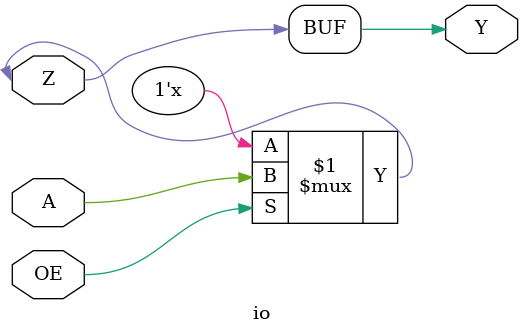
<source format=v>

module top (input A, input B, input SEL, output Y1, output Y2, output Z);
   io   io1(.A(A), .OE( SEL), .Z(Z), .Y(Y1));
   pass io2(.A(B), .OE(!SEL), .Z(Z), .Y(Y2));
endmodule

module pass (input A, input OE, inout Z, output Y);
   io io(.A(A), .OE(OE), .Z(Z), .Y(Y));
endmodule

module io (input A, input OE, inout Z, output Y);
   assign Z = (OE) ? A : 1'bz;
   assign Y = Z;
endmodule

</source>
